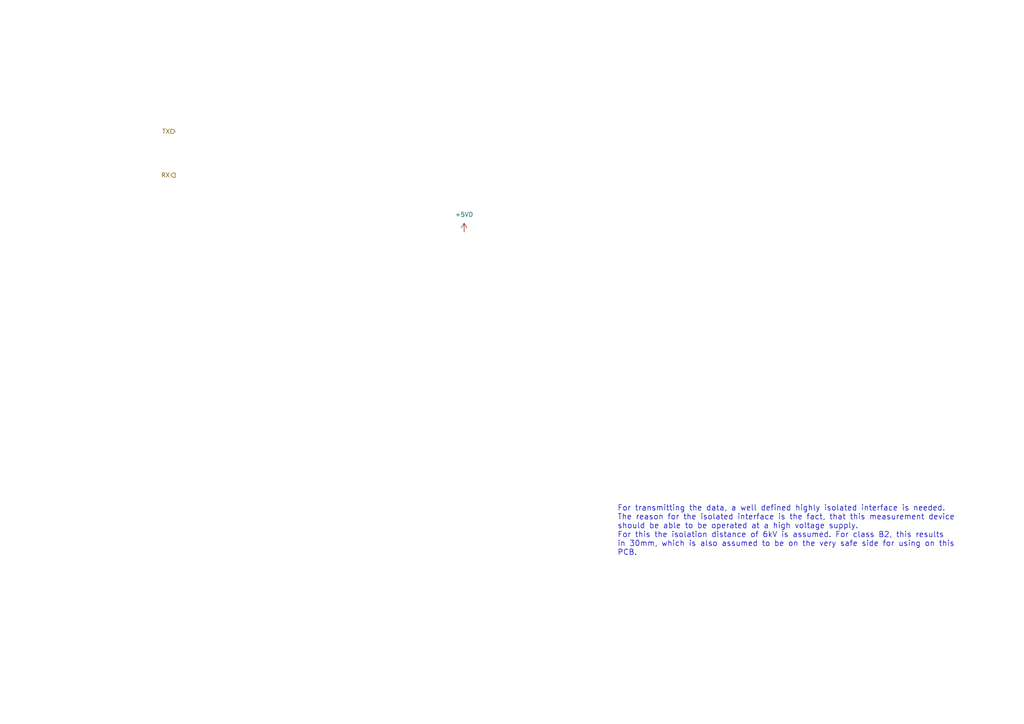
<source format=kicad_sch>
(kicad_sch (version 20211123) (generator eeschema)
  (paper "A4")
  (lib_symbols
    (symbol "power:+5VD" (power) (pin_names (offset 0))
      (property "Value" "+5VD" (at 0 3.556 0))
      (symbol "+5VD_0_1"
        (polyline (pts (xy -0.762 1.27) (xy 0 2.54)))
        (polyline (pts (xy 0 0) (xy 0 2.54)))
        (polyline (pts (xy 0 2.54) (xy 0.762 1.27)))
      )
      (symbol "+5VD_1_1"
        (pin power_in line (at 0 0 90) (length 0) hide (name "+5VD") (number "1"))
      )
    )
  )
  (text "For transmitting the data, a well defined highly isolated interface is needed.\nThe reason for the isolated interface is the fact, that this measurement device\nshould be able to be operated at a high voltage supply. \nFor this the isolation distance of 6kV is assumed. For class B2, this results \nin 30mm, which is also assumed to be on the very safe side for using on this \nPCB." (at 179.07 161.29 0) (effects (font (size 1.6 1.6)) (justify left bottom)))
  (hierarchical_label "TX" (shape input) (at 50.8 38.1 180))
  (hierarchical_label "RX" (shape output) (at 50.8 50.8 180))
  (symbol (lib_id "power:+5VD") (at 134.62 67.31 0) (unit 1)
    (property "Reference" "#PWR?" (effects hide))
    (property "Value" "+5VD" (at 134.62 62.23 0))
  )
)
</source>
